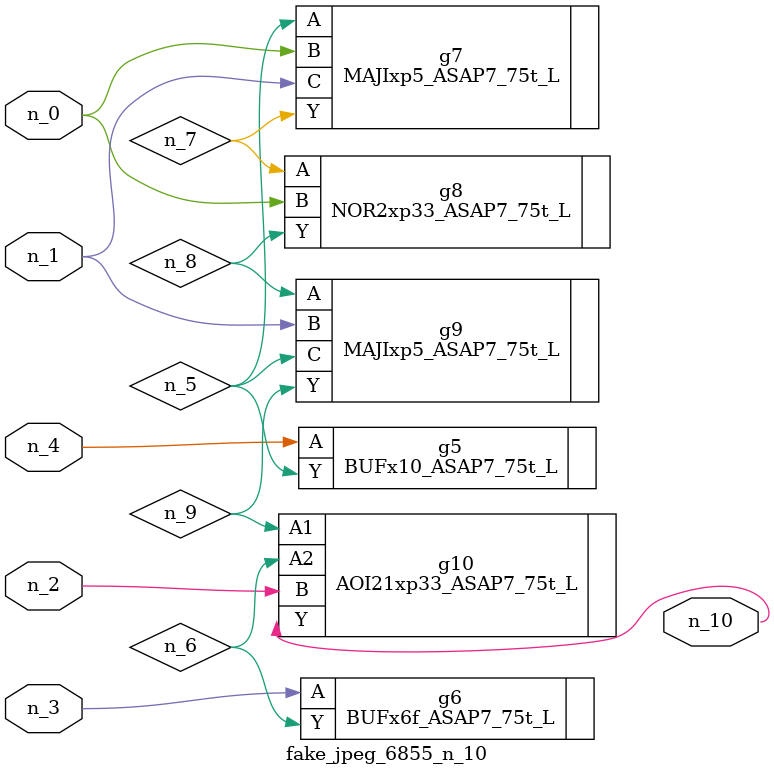
<source format=v>
module fake_jpeg_6855_n_10 (n_3, n_2, n_1, n_0, n_4, n_10);

input n_3;
input n_2;
input n_1;
input n_0;
input n_4;

output n_10;

wire n_8;
wire n_9;
wire n_6;
wire n_5;
wire n_7;

BUFx10_ASAP7_75t_L g5 ( 
.A(n_4),
.Y(n_5)
);

BUFx6f_ASAP7_75t_L g6 ( 
.A(n_3),
.Y(n_6)
);

MAJIxp5_ASAP7_75t_L g7 ( 
.A(n_5),
.B(n_0),
.C(n_1),
.Y(n_7)
);

NOR2xp33_ASAP7_75t_L g8 ( 
.A(n_7),
.B(n_0),
.Y(n_8)
);

MAJIxp5_ASAP7_75t_L g9 ( 
.A(n_8),
.B(n_1),
.C(n_5),
.Y(n_9)
);

AOI21xp33_ASAP7_75t_L g10 ( 
.A1(n_9),
.A2(n_6),
.B(n_2),
.Y(n_10)
);


endmodule
</source>
